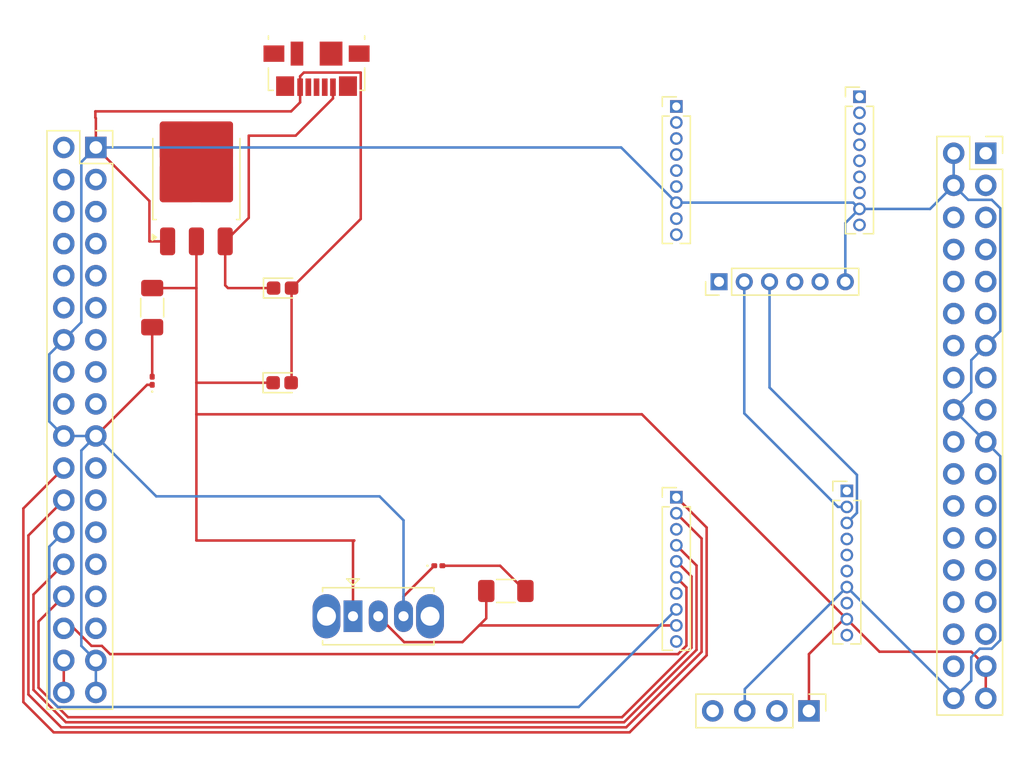
<source format=kicad_pcb>
(kicad_pcb (version 20240108) (generator "pcbnew") (generator_version "8.0")
  (layers (0 "F.Cu" signal) (31 "B.Cu" signal) (34 "B.Paste" user) (35 "F.Paste" user) (36 "B.SilkS" user "B.Silkscreen") (37 "F.SilkS" user "F.Silkscreen") (38 "B.Mask" user) (39 "F.Mask" user) (44 "Edge.Cuts" user))
  (net 0 "")
  (net 1 "GND")
  (net 2 "/PC5{slash}SPI_SCK")
  (net 3 "+3V3")
  (net 6 "/PD2{slash}SEN_CS2")
  (net 9 "/PC3{slash}SEN_CS3")
  (net 12 "/PC7{slash}SPI_MISO")
  (net 16 "/PD3{slash}SEN_CS1")
  (net 26 "/PC6{slash}SPI_MOSI")
  (net 59 "/NRST")
  (net 60 "/SWIM")
  (net 61 "+5V")
  (net 62 "Net-(D1-A)")
  (net 63 "Net-(D3-A)")
  (net 66 "/PD5{slash}UART_TX")
  (net 67 "/PD6{slash}UART_RX")
  (net 69 "/PA3{slash}SPI_CS")
  (net 102 "/PB4{slash}MODE_SELECT")
  (footprint "Connector_PinSocket_2.54mm:PinSocket_2x18_P2.54mm_Vertical" (layer "F.Cu") (at 19.54 28.86)
    (property "Reference" "J1" (hide yes))
    (property "Value" "X-")
    (fp_line (start -3.87 -1.33) (end -3.87 44.51) (stroke (width 0.12)) (layer "F.SilkS"))
    (fp_line (start -3.87 -1.33) (end -1.27 -1.33) (stroke (width 0.12)) (layer "F.SilkS"))
    (fp_line (start -3.87 44.51) (end 1.33 44.51) (stroke (width 0.12)) (layer "F.SilkS"))
    (fp_line (start -1.27 -1.33) (end -1.27 1.27) (stroke (width 0.12)) (layer "F.SilkS"))
    (fp_line (start -1.27 1.27) (end 1.33 1.27) (stroke (width 0.12)) (layer "F.SilkS"))
    (fp_line (start 0 -1.33) (end 1.33 -1.33) (stroke (width 0.12)) (layer "F.SilkS"))
    (fp_line (start 1.33 -1.33) (end 1.33 0) (stroke (width 0.12)) (layer "F.SilkS"))
    (fp_line (start 1.33 1.27) (end 1.33 44.51) (stroke (width 0.12)) (layer "F.SilkS"))
    (pad "1" thru_hole rect (at 0 0) (size 1.7 1.7) (drill 1) (layers "*.Cu" "*.Mask") (net 1 "GND"))
    (pad "2" thru_hole oval (at -2.54 0) (size 1.7 1.7) (drill 1) (layers "*.Cu" "*.Mask"))
    (pad "3" thru_hole oval (at 0 2.54) (size 1.7 1.7) (drill 1) (layers "*.Cu" "*.Mask"))
    (pad "4" thru_hole oval (at -2.54 2.54) (size 1.7 1.7) (drill 1) (layers "*.Cu" "*.Mask"))
    (pad "5" thru_hole oval (at 0 5.08) (size 1.7 1.7) (drill 1) (layers "*.Cu" "*.Mask"))
    (pad "6" thru_hole oval (at -2.54 5.08) (size 1.7 1.7) (drill 1) (layers "*.Cu" "*.Mask"))
    (pad "7" thru_hole oval (at 0 7.62) (size 1.7 1.7) (drill 1) (layers "*.Cu" "*.Mask"))
    (pad "8" thru_hole oval (at -2.54 7.62) (size 1.7 1.7) (drill 1) (layers "*.Cu" "*.Mask"))
    (pad "9" thru_hole oval (at 0 10.16) (size 1.7 1.7) (drill 1) (layers "*.Cu" "*.Mask"))
    (pad "10" thru_hole oval (at -2.54 10.16) (size 1.7 1.7) (drill 1) (layers "*.Cu" "*.Mask"))
    (pad "11" thru_hole oval (at 0 12.7) (size 1.7 1.7) (drill 1) (layers "*.Cu" "*.Mask"))
    (pad "12" thru_hole oval (at -2.54 12.7) (size 1.7 1.7) (drill 1) (layers "*.Cu" "*.Mask"))
    (pad "13" thru_hole oval (at 0 15.24) (size 1.7 1.7) (drill 1) (layers "*.Cu" "*.Mask"))
    (pad "14" thru_hole oval (at -2.54 15.24) (size 1.7 1.7) (drill 1) (layers "*.Cu" "*.Mask") (net 1 "GND"))
    (pad "15" thru_hole oval (at 0 17.78) (size 1.7 1.7) (drill 1) (layers "*.Cu" "*.Mask"))
    (pad "16" thru_hole oval (at -2.54 17.78) (size 1.7 1.7) (drill 1) (layers "*.Cu" "*.Mask"))
    (pad "17" thru_hole oval (at 0 20.32) (size 1.7 1.7) (drill 1) (layers "*.Cu" "*.Mask"))
    (pad "18" thru_hole oval (at -2.54 20.32) (size 1.7 1.7) (drill 1) (layers "*.Cu" "*.Mask"))
    (pad "19" thru_hole oval (at 0 22.86) (size 1.7 1.7) (drill 1) (layers "*.Cu" "*.Mask") (net 1 "GND"))
    (pad "20" thru_hole oval (at -2.54 22.86) (size 1.7 1.7) (drill 1) (layers "*.Cu" "*.Mask") (net 1 "GND"))
    (pad "21" thru_hole oval (at 0 25.4) (size 1.7 1.7) (drill 1) (layers "*.Cu" "*.Mask"))
    (pad "22" thru_hole oval (at -2.54 25.4) (size 1.7 1.7) (drill 1) (layers "*.Cu" "*.Mask") (net 16 "/PD3{slash}SEN_CS1"))
    (pad "23" thru_hole oval (at 0 27.94) (size 1.7 1.7) (drill 1) (layers "*.Cu" "*.Mask"))
    (pad "24" thru_hole oval (at -2.54 27.94) (size 1.7 1.7) (drill 1) (layers "*.Cu" "*.Mask") (net 6 "/PD2{slash}SEN_CS2"))
    (pad "25" thru_hole oval (at 0 30.48) (size 1.7 1.7) (drill 1) (layers "*.Cu" "*.Mask"))
    (pad "26" thru_hole oval (at -2.54 30.48) (size 1.7 1.7) (drill 1) (layers "*.Cu" "*.Mask") (net 9 "/PC3{slash}SEN_CS3"))
    (pad "27" thru_hole oval (at 0 33.02) (size 1.7 1.7) (drill 1) (layers "*.Cu" "*.Mask"))
    (pad "28" thru_hole oval (at -2.54 33.02) (size 1.7 1.7) (drill 1) (layers "*.Cu" "*.Mask") (net 12 "/PC7{slash}SPI_MISO"))
    (pad "29" thru_hole oval (at 0 35.56) (size 1.7 1.7) (drill 1) (layers "*.Cu" "*.Mask"))
    (pad "30" thru_hole oval (at -2.54 35.56) (size 1.7 1.7) (drill 1) (layers "*.Cu" "*.Mask") (net 26 "/PC6{slash}SPI_MOSI"))
    (pad "31" thru_hole oval (at 0 38.1) (size 1.7 1.7) (drill 1) (layers "*.Cu" "*.Mask"))
    (pad "32" thru_hole oval (at -2.54 38.1) (size 1.7 1.7) (drill 1) (layers "*.Cu" "*.Mask") (net 2 "/PC5{slash}SPI_SCK"))
    (pad "33" thru_hole oval (at 0 40.64) (size 1.7 1.7) (drill 1) (layers "*.Cu" "*.Mask") (net 1 "GND"))
    (pad "34" thru_hole oval (at -2.54 40.64) (size 1.7 1.7) (drill 1) (layers "*.Cu" "*.Mask") (net 3 "+3V3"))
    (pad "35" thru_hole oval (at 0 43.18) (size 1.7 1.7) (drill 1) (layers "*.Cu" "*.Mask") (net 1 "GND"))
    (pad "36" thru_hole oval (at -2.54 43.18) (size 1.7 1.7) (drill 1) (layers "*.Cu" "*.Mask") (net 3 "+3V3"))
  )
  (footprint "Connector_PinHeader_1.27mm:PinHeader_1x10_P1.27mm_Vertical" (layer "F.Cu") (at 79 56.07)
    (property "Reference" "J5" (hide yes))
    (property "Value" "Conn_01x10_Pin")
    (fp_line (start -1.11 -0.76) (end 0 -0.76) (stroke (width 0.12)) (layer "F.SilkS"))
    (fp_line (start -1.11 0) (end -1.11 -0.76) (stroke (width 0.12)) (layer "F.SilkS"))
    (fp_line (start -1.11 0.76) (end -1.11 12.125) (stroke (width 0.12)) (layer "F.SilkS"))
    (fp_line (start -1.11 0.76) (end -0.563471 0.76) (stroke (width 0.12)) (layer "F.SilkS"))
    (fp_line (start -1.11 12.125) (end -0.30753 12.125) (stroke (width 0.12)) (layer "F.SilkS"))
    (fp_line (start 0.30753 12.125) (end 1.11 12.125) (stroke (width 0.12)) (layer "F.SilkS"))
    (fp_line (start 0.563471 0.76) (end 1.11 0.76) (stroke (width 0.12)) (layer "F.SilkS"))
    (fp_line (start 1.11 0.76) (end 1.11 12.125) (stroke (width 0.12)) (layer "F.SilkS"))
    (pad "1" thru_hole rect (at 0 0) (size 1 1) (drill 0.65) (layers "*.Cu" "*.Mask"))
    (pad "2" thru_hole oval (at 0 1.27) (size 1 1) (drill 0.65) (layers "*.Cu" "*.Mask") (net 66 "/PD5{slash}UART_TX"))
    (pad "3" thru_hole oval (at 0 2.54) (size 1 1) (drill 0.65) (layers "*.Cu" "*.Mask") (net 67 "/PD6{slash}UART_RX"))
    (pad "4" thru_hole oval (at 0 3.81) (size 1 1) (drill 0.65) (layers "*.Cu" "*.Mask"))
    (pad "5" thru_hole oval (at 0 5.08) (size 1 1) (drill 0.65) (layers "*.Cu" "*.Mask"))
    (pad "6" thru_hole oval (at 0 6.35) (size 1 1) (drill 0.65) (layers "*.Cu" "*.Mask"))
    (pad "7" thru_hole oval (at 0 7.62) (size 1 1) (drill 0.65) (layers "*.Cu" "*.Mask") (net 1 "GND"))
    (pad "8" thru_hole oval (at 0 8.89) (size 1 1) (drill 0.65) (layers "*.Cu" "*.Mask"))
    (pad "9" thru_hole oval (at 0 10.16) (size 1 1) (drill 0.65) (layers "*.Cu" "*.Mask") (net 3 "+3V3"))
    (pad "10" thru_hole oval (at 0 11.43) (size 1 1) (drill 0.65) (layers "*.Cu" "*.Mask") (net 69 "/PA3{slash}SPI_CS"))
  )
  (footprint "Capacitor_Tantalum_SMD:CP_EIA-1608-08_AVX-J" (layer "F.Cu") (at 34.322677 40)
    (property "Reference" "C1" (hide yes))
    (property "Value" "10uF")
    (fp_line (start -1.51 -0.785) (end -1.51 0.785) (stroke (width 0.12)) (layer "F.SilkS"))
    (fp_line (start -1.51 0.785) (end 0.8 0.785) (stroke (width 0.12)) (layer "F.SilkS"))
    (fp_line (start 0.8 -0.785) (end -1.51 -0.785) (stroke (width 0.12)) (layer "F.SilkS"))
    (pad "1" smd roundrect (at -0.7125 0) (size 1.075 1.05) (layers "F.Cu" "F.Paste" "F.Mask") (roundrect_rratio 0.238095) (net 61 "+5V"))
    (pad "2" smd roundrect (at 0.7125 0) (size 1.075 1.05) (layers "F.Cu" "F.Paste" "F.Mask") (roundrect_rratio 0.238095) (net 1 "GND"))
  )
  (footprint "Capacitor_Tantalum_SMD:CP_EIA-1608-08_AVX-J" (layer "F.Cu") (at 34.2875 47.5)
    (property "Reference" "C6" (hide yes))
    (property "Value" "10uF")
    (fp_line (start -1.51 -0.785) (end -1.51 0.785) (stroke (width 0.12)) (layer "F.SilkS"))
    (fp_line (start -1.51 0.785) (end 0.8 0.785) (stroke (width 0.12)) (layer "F.SilkS"))
    (fp_line (start 0.8 -0.785) (end -1.51 -0.785) (stroke (width 0.12)) (layer "F.SilkS"))
    (pad "1" smd roundrect (at -0.7125 0) (size 1.075 1.05) (layers "F.Cu" "F.Paste" "F.Mask") (roundrect_rratio 0.238095) (net 3 "+3V3"))
    (pad "2" smd roundrect (at 0.7125 0) (size 1.075 1.05) (layers "F.Cu" "F.Paste" "F.Mask") (roundrect_rratio 0.238095) (net 1 "GND"))
  )
  (footprint "Connector_PinHeader_2.00mm:PinHeader_1x06_P2.00mm_Vertical" (layer "F.Cu") (at 68.88 39.5 90)
    (property "Reference" "J4" (hide yes))
    (property "Value" "top pins")
    (fp_line (start -1.06 -1.06) (end 0 -1.06) (stroke (width 0.12)) (layer "F.SilkS"))
    (fp_line (start -1.06 0) (end -1.06 -1.06) (stroke (width 0.12)) (layer "F.SilkS"))
    (fp_line (start 1.06 1) (end 1.06 11.06) (stroke (width 0.12)) (layer "F.SilkS"))
    (fp_line (start -1.06 1) (end 1.06 1) (stroke (width 0.12)) (layer "F.SilkS"))
    (fp_line (start -1.06 1) (end -1.06 11.06) (stroke (width 0.12)) (layer "F.SilkS"))
    (fp_line (start -1.06 11.06) (end 1.06 11.06) (stroke (width 0.12)) (layer "F.SilkS"))
    (pad "1" thru_hole rect (at 0 0 90) (size 1.35 1.35) (drill 0.8) (layers "*.Cu" "*.Mask"))
    (pad "2" thru_hole oval (at 0 2 90) (size 1.35 1.35) (drill 0.8) (layers "*.Cu" "*.Mask") (net 66 "/PD5{slash}UART_TX"))
    (pad "3" thru_hole oval (at 0 4 90) (size 1.35 1.35) (drill 0.8) (layers "*.Cu" "*.Mask") (net 67 "/PD6{slash}UART_RX"))
    (pad "4" thru_hole oval (at 0 6 90) (size 1.35 1.35) (drill 0.8) (layers "*.Cu" "*.Mask"))
    (pad "5" thru_hole oval (at 0 8 90) (size 1.35 1.35) (drill 0.8) (layers "*.Cu" "*.Mask"))
    (pad "6" thru_hole oval (at 0 10 90) (size 1.35 1.35) (drill 0.8) (layers "*.Cu" "*.Mask") (net 1 "GND"))
  )
  (footprint "Resistor_SMD:R_1206_3216Metric_Pad1.30x1.75mm_HandSolder" (layer "F.Cu") (at 52 64 180)
    (property "Reference" "RLEDp1" (hide yes))
    (property "Value" "330R")
    (fp_line (start -0.727064 0.91) (end 0.727064 0.91) (stroke (width 0.12)) (layer "F.SilkS"))
    (fp_line (start -0.727064 -0.91) (end 0.727064 -0.91) (stroke (width 0.12)) (layer "F.SilkS"))
    (pad "1" smd roundrect (at -1.55 0 180) (size 1.3 1.75) (layers "F.Cu" "F.Paste" "F.Mask") (roundrect_rratio 0.192308) (net 62 "Net-(D1-A)"))
    (pad "2" smd roundrect (at 1.55 0 180) (size 1.3 1.75) (layers "F.Cu" "F.Paste" "F.Mask") (roundrect_rratio 0.192308) (net 102 "/PB4{slash}MODE_SELECT"))
  )
  (footprint "LED_SMD:LED_0201_0603Metric" (layer "F.Cu") (at 46.655 62)
    (property "Reference" "D1" (hide yes))
    (property "Value" "READ")
    (fp_circle (center -0.86 0) (end -0.81 0) (stroke (width 0.1)) (fill none) (layer "F.SilkS"))
    (pad "1" smd roundrect (at -0.32 0) (size 0.46 0.4) (layers "F.Cu" "F.Mask") (net 1 "GND"))
    (pad "2" smd roundrect (at 0.32 0) (size 0.46 0.4) (layers "F.Cu" "F.Mask") (net 62 "Net-(D1-A)"))
  )
  (footprint "Resistor_SMD:R_1206_3216Metric_Pad1.30x1.75mm_HandSolder" (layer "F.Cu") (at 24 41.55 90)
    (property "Reference" "RLEDp2" (hide yes))
    (property "Value" "330R")
    (fp_line (start -0.727064 -0.91) (end 0.727064 -0.91) (stroke (width 0.12)) (layer "F.SilkS"))
    (fp_line (start -0.727064 0.91) (end 0.727064 0.91) (stroke (width 0.12)) (layer "F.SilkS"))
    (pad "1" smd roundrect (at -1.55 0 90) (size 1.3 1.75) (layers "F.Cu" "F.Paste" "F.Mask") (roundrect_rratio 0.192308) (net 63 "Net-(D3-A)"))
    (pad "2" smd roundrect (at 1.55 0 90) (size 1.3 1.75) (layers "F.Cu" "F.Paste" "F.Mask") (roundrect_rratio 0.192308) (net 3 "+3V3"))
  )
  (footprint "LED_SMD:LED_0201_0603Metric" (layer "F.Cu") (at 24 47.345 90)
    (property "Reference" "D3" (hide yes))
    (property "Value" "POWER")
    (fp_circle (center -0.86 0) (end -0.81 0) (stroke (width 0.1)) (fill none) (layer "F.SilkS"))
    (pad "1" smd roundrect (at -0.32 0 90) (size 0.46 0.4) (layers "F.Cu" "F.Mask") (net 1 "GND"))
    (pad "2" smd roundrect (at 0.32 0 90) (size 0.46 0.4) (layers "F.Cu" "F.Mask") (net 63 "Net-(D3-A)"))
  )
  (footprint "Connector_PinHeader_1.27mm:PinHeader_1x10_P1.27mm_Vertical" (layer "F.Cu") (at 65.5 56.57)
    (property "Reference" "J6" (hide yes))
    (property "Value" "Conn_01x10_Pin")
    (fp_line (start -1.11 -0.76) (end 0 -0.76) (stroke (width 0.12)) (layer "F.SilkS"))
    (fp_line (start -1.11 0) (end -1.11 -0.76) (stroke (width 0.12)) (layer "F.SilkS"))
    (fp_line (start -1.11 0.76) (end -1.11 12.125) (stroke (width 0.12)) (layer "F.SilkS"))
    (fp_line (start -1.11 0.76) (end -0.563471 0.76) (stroke (width 0.12)) (layer "F.SilkS"))
    (fp_line (start -1.11 12.125) (end -0.30753 12.125) (stroke (width 0.12)) (layer "F.SilkS"))
    (fp_line (start 0.30753 12.125) (end 1.11 12.125) (stroke (width 0.12)) (layer "F.SilkS"))
    (fp_line (start 0.563471 0.76) (end 1.11 0.76) (stroke (width 0.12)) (layer "F.SilkS"))
    (fp_line (start 1.11 0.76) (end 1.11 12.125) (stroke (width 0.12)) (layer "F.SilkS"))
    (pad "1" thru_hole rect (at 0 0) (size 1 1) (drill 0.65) (layers "*.Cu" "*.Mask") (net 16 "/PD3{slash}SEN_CS1"))
    (pad "2" thru_hole oval (at 0 1.27) (size 1 1) (drill 0.65) (layers "*.Cu" "*.Mask") (net 6 "/PD2{slash}SEN_CS2"))
    (pad "3" thru_hole oval (at 0 2.54) (size 1 1) (drill 0.65) (layers "*.Cu" "*.Mask"))
    (pad "4" thru_hole oval (at 0 3.81) (size 1 1) (drill 0.65) (layers "*.Cu" "*.Mask") (net 12 "/PC7{slash}SPI_MISO"))
    (pad "5" thru_hole oval (at 0 5.08) (size 1 1) (drill 0.65) (layers "*.Cu" "*.Mask") (net 26 "/PC6{slash}SPI_MOSI"))
    (pad "6" thru_hole oval (at 0 6.35) (size 1 1) (drill 0.65) (layers "*.Cu" "*.Mask") (net 2 "/PC5{slash}SPI_SCK"))
    (pad "7" thru_hole oval (at 0 7.62) (size 1 1) (drill 0.65) (layers "*.Cu" "*.Mask"))
    (pad "8" thru_hole oval (at 0 8.89) (size 1 1) (drill 0.65) (layers "*.Cu" "*.Mask") (net 9 "/PC3{slash}SEN_CS3"))
    (pad "9" thru_hole oval (at 0 10.16) (size 1 1) (drill 0.65) (layers "*.Cu" "*.Mask") (net 102 "/PB4{slash}MODE_SELECT"))
    (pad "10" thru_hole oval (at 0 11.43) (size 1 1) (drill 0.65) (layers "*.Cu" "*.Mask"))
  )
  (footprint "Connector_PinHeader_2.54mm:PinHeader_1x04_P2.54mm_Vertical" (layer "F.Cu") (at 76 73.5 -90)
    (property "Reference" "J3" (hide yes))
    (property "Value" "Program")
    (fp_line (start -1.33 8.95) (end 1.33 8.95) (stroke (width 0.12)) (layer "F.SilkS"))
    (fp_line (start -1.33 1.27) (end -1.33 8.95) (stroke (width 0.12)) (layer "F.SilkS"))
    (fp_line (start -1.33 1.27) (end 1.33 1.27) (stroke (width 0.12)) (layer "F.SilkS"))
    (fp_line (start 1.33 1.27) (end 1.33 8.95) (stroke (width 0.12)) (layer "F.SilkS"))
    (fp_line (start -1.33 0) (end -1.33 -1.33) (stroke (width 0.12)) (layer "F.SilkS"))
    (fp_line (start -1.33 -1.33) (end 0 -1.33) (stroke (width 0.12)) (layer "F.SilkS"))
    (pad "1" thru_hole rect (at 0 0 270) (size 1.7 1.7) (drill 1) (layers "*.Cu" "*.Mask") (net 3 "+3V3"))
    (pad "2" thru_hole oval (at 0 2.54 270) (size 1.7 1.7) (drill 1) (layers "*.Cu" "*.Mask") (net 60 "/SWIM"))
    (pad "3" thru_hole oval (at 0 5.08 270) (size 1.7 1.7) (drill 1) (layers "*.Cu" "*.Mask") (net 1 "GND"))
    (pad "4" thru_hole oval (at 0 7.62 270) (size 1.7 1.7) (drill 1) (layers "*.Cu" "*.Mask") (net 59 "/NRST"))
  )
  (footprint "Connector_PinHeader_1.27mm:PinHeader_1x09_P1.27mm_Vertical" (layer "F.Cu") (at 65.5 25.61)
    (property "Reference" "J8" (hide yes))
    (property "Value" "Conn_01x09_Pin")
    (fp_line (start -1.11 -0.76) (end 0 -0.76) (stroke (width 0.12)) (layer "F.SilkS"))
    (fp_line (start -1.11 0) (end -1.11 -0.76) (stroke (width 0.12)) (layer "F.SilkS"))
    (fp_line (start -1.11 0.76) (end -1.11 10.855) (stroke (width 0.12)) (layer "F.SilkS"))
    (fp_line (start -1.11 0.76) (end -0.563471 0.76) (stroke (width 0.12)) (layer "F.SilkS"))
    (fp_line (start -1.11 10.855) (end -0.30753 10.855) (stroke (width 0.12)) (layer "F.SilkS"))
    (fp_line (start 0.30753 10.855) (end 1.11 10.855) (stroke (width 0.12)) (layer "F.SilkS"))
    (fp_line (start 0.563471 0.76) (end 1.11 0.76) (stroke (width 0.12)) (layer "F.SilkS"))
    (fp_line (start 1.11 0.76) (end 1.11 10.855) (stroke (width 0.12)) (layer "F.SilkS"))
    (pad "1" thru_hole rect (at 0 0) (size 1 1) (drill 0.65) (layers "*.Cu" "*.Mask"))
    (pad "2" thru_hole oval (at 0 1.27) (size 1 1) (drill 0.65) (layers "*.Cu" "*.Mask"))
    (pad "3" thru_hole oval (at 0 2.54) (size 1 1) (drill 0.65) (layers "*.Cu" "*.Mask"))
    (pad "4" thru_hole oval (at 0 3.81) (size 1 1) (drill 0.65) (layers "*.Cu" "*.Mask"))
    (pad "5" thru_hole oval (at 0 5.08) (size 1 1) (drill 0.65) (layers "*.Cu" "*.Mask"))
    (pad "6" thru_hole oval (at 0 6.35) (size 1 1) (drill 0.65) (layers "*.Cu" "*.Mask"))
    (pad "7" thru_hole oval (at 0 7.62) (size 1 1) (drill 0.65) (layers "*.Cu" "*.Mask") (net 1 "GND"))
    (pad "8" thru_hole oval (at 0 8.89) (size 1 1) (drill 0.65) (layers "*.Cu" "*.Mask"))
    (pad "9" thru_hole oval (at 0 10.16) (size 1 1) (drill 0.65) (layers "*.Cu" "*.Mask"))
  )
  (footprint "Connector_USB:USB_Micro-B_Molex_47346-0001" (layer "F.Cu") (at 37.0125 22.625 180)
    (property "Reference" "J10" (hide yes))
    (property "Value" "USB_B_Micro")
    (fp_line (start 3.81 2.34) (end 3.81 2.6) (stroke (width 0.12)) (layer "F.SilkS"))
    (fp_line (start 3.81 -1.71) (end 3.81 0.06) (stroke (width 0.12)) (layer "F.SilkS"))
    (fp_line (start 3.81 -1.71) (end 3.43 -1.71) (stroke (width 0.12)) (layer "F.SilkS"))
    (fp_line (start -3.81 2.6) (end -3.81 2.34) (stroke (width 0.12)) (layer "F.SilkS"))
    (fp_line (start -3.81 0.06) (end -3.81 -1.71) (stroke (width 0.12)) (layer "F.SilkS"))
    (fp_line (start -3.81 -1.71) (end -3.43 -1.71) (stroke (width 0.12)) (layer "F.SilkS"))
    (pad "1" smd rect (at -1.3 -1.46 180) (size 0.45 1.38) (layers "F.Cu" "F.Paste" "F.Mask") (net 61 "+5V"))
    (pad "2" smd rect (at -0.65 -1.46 180) (size 0.45 1.38) (layers "F.Cu" "F.Paste" "F.Mask"))
    (pad "3" smd rect (at 0 -1.46 180) (size 0.45 1.38) (layers "F.Cu" "F.Paste" "F.Mask"))
    (pad "4" smd rect (at 0.65 -1.46 180) (size 0.45 1.38) (layers "F.Cu" "F.Paste" "F.Mask"))
    (pad "5" smd rect (at 1.3 -1.46 180) (size 0.45 1.38) (layers "F.Cu" "F.Paste" "F.Mask") (net 1 "GND"))
    (pad "6" smd rect (at -3.375 1.2 180) (size 1.65 1.3) (layers "F.Cu" "F.Paste" "F.Mask"))
    (pad "6" smd rect (at -2.4875 -1.375 180) (size 1.425 1.55) (layers "F.Cu" "F.Paste" "F.Mask"))
    (pad "6" smd rect (at -1.15 1.2 180) (size 1.8 1.9) (layers "F.Cu" "F.Paste" "F.Mask"))
    (pad "6" smd rect (at 1.55 1.2 180) (size 1 1.9) (layers "F.Cu" "F.Paste" "F.Mask"))
    (pad "6" smd rect (at 2.4875 -1.375 180) (size 1.425 1.55) (layers "F.Cu" "F.Paste" "F.Mask"))
    (pad "6" smd rect (at 3.375 1.2 180) (size 1.65 1.3) (layers "F.Cu" "F.Paste" "F.Mask"))
  )
  (footprint "Connector_PinHeader_1.27mm:PinHeader_1x09_P1.27mm_Vertical" (layer "F.Cu") (at 80 24.84)
    (property "Reference" "J7" (hide yes))
    (property "Value" "Conn_01x09_Pin")
    (fp_line (start -1.11 -0.76) (end 0 -0.76) (stroke (width 0.12)) (layer "F.SilkS"))
    (fp_line (start -1.11 0) (end -1.11 -0.76) (stroke (width 0.12)) (layer "F.SilkS"))
    (fp_line (start -1.11 0.76) (end -1.11 10.855) (stroke (width 0.12)) (layer "F.SilkS"))
    (fp_line (start -1.11 0.76) (end -0.563471 0.76) (stroke (width 0.12)) (layer "F.SilkS"))
    (fp_line (start -1.11 10.855) (end -0.30753 10.855) (stroke (width 0.12)) (layer "F.SilkS"))
    (fp_line (start 0.30753 10.855) (end 1.11 10.855) (stroke (width 0.12)) (layer "F.SilkS"))
    (fp_line (start 0.563471 0.76) (end 1.11 0.76) (stroke (width 0.12)) (layer "F.SilkS"))
    (fp_line (start 1.11 0.76) (end 1.11 10.855) (stroke (width 0.12)) (layer "F.SilkS"))
    (pad "1" thru_hole rect (at 0 0) (size 1 1) (drill 0.65) (layers "*.Cu" "*.Mask"))
    (pad "2" thru_hole oval (at 0 1.27) (size 1 1) (drill 0.65) (layers "*.Cu" "*.Mask"))
    (pad "3" thru_hole oval (at 0 2.54) (size 1 1) (drill 0.65) (layers "*.Cu" "*.Mask"))
    (pad "4" thru_hole oval (at 0 3.81) (size 1 1) (drill 0.65) (layers "*.Cu" "*.Mask"))
    (pad "5" thru_hole oval (at 0 5.08) (size 1 1) (drill 0.65) (layers "*.Cu" "*.Mask"))
    (pad "6" thru_hole oval (at 0 6.35) (size 1 1) (drill 0.65) (layers "*.Cu" "*.Mask"))
    (pad "7" thru_hole oval (at 0 7.62) (size 1 1) (drill 0.65) (layers "*.Cu" "*.Mask"))
    (pad "8" thru_hole oval (at 0 8.89) (size 1 1) (drill 0.65) (layers "*.Cu" "*.Mask") (net 1 "GND"))
    (pad "9" thru_hole oval (at 0 10.16) (size 1 1) (drill 0.65) (layers "*.Cu" "*.Mask"))
  )
  (footprint "Package_TO_SOT_SMD:TO-252-3_TabPin2" (layer "F.Cu") (at 27.5 31.26 90)
    (property "Reference" "U4" (hide yes))
    (property "Value" "LM1117DT-3.3")
    (fp_line (start 3.11 -3.45) (end -3.31 -3.45) (stroke (width 0.12)) (layer "F.SilkS"))
    (fp_line (start -3.31 -3.45) (end -3.31 -3.18) (stroke (width 0.12)) (layer "F.SilkS"))
    (fp_line (start 3.11 3.45) (end -3.31 3.45) (stroke (width 0.12)) (layer "F.SilkS"))
    (fp_line (start -3.31 3.45) (end -3.31 3.18) (stroke (width 0.12)) (layer "F.SilkS"))
    (fp_poly (pts (xy -4.725 -3.16) (xy -4.965 -3.49) (xy -4.485 -3.49) (xy -4.725 -3.16)) (stroke (width 0.12)) (fill solid) (layer "F.SilkS"))
    (pad "1" smd roundrect (at -5.04 -2.28 90) (size 2.2 1.2) (layers "F.Cu" "F.Paste" "F.Mask") (roundrect_rratio 0.208333) (net 1 "GND"))
    (pad "2" smd roundrect (at -5.04 0 90) (size 2.2 1.2) (layers "F.Cu" "F.Paste" "F.Mask") (roundrect_rratio 0.208333) (net 3 "+3V3"))
    (pad "2" smd roundrect (at -0.415 -1.525 90) (size 3.05 2.75) (layers "F.Cu" "F.Paste") (roundrect_rratio 0.090909) (net 3 "+3V3"))
    (pad "2" smd roundrect (at -0.415 1.525 90) (size 3.05 2.75) (layers "F.Cu" "F.Paste") (roundrect_rratio 0.090909) (net 3 "+3V3"))
    (pad "2" smd roundrect (at 1.26 0 90) (size 6.4 5.8) (layers "F.Cu" "F.Mask") (roundrect_rratio 0.043103) (net 3 "+3V3"))
    (pad "2" smd roundrect (at 2.935 -1.525 90) (size 3.05 2.75) (layers "F.Cu" "F.Paste") (roundrect_rratio 0.090909) (net 3 "+3V3"))
    (pad "2" smd roundrect (at 2.935 1.525 90) (size 3.05 2.75) (layers "F.Cu" "F.Paste") (roundrect_rratio 0.090909) (net 3 "+3V3"))
    (pad "3" smd roundrect (at -5.04 2.28 90) (size 2.2 1.2) (layers "F.Cu" "F.Paste" "F.Mask") (roundrect_rratio 0.208333) (net 61 "+5V"))
  )
  (footprint "Connector_PinSocket_2.54mm:PinSocket_2x18_P2.54mm_Vertical" (layer "F.Cu") (at 90 29.32)
    (property "Reference" "J2" (hide yes))
    (property "Value" "X+")
    (fp_line (start -3.87 -1.33) (end -3.87 44.51) (stroke (width 0.12)) (layer "F.SilkS"))
    (fp_line (start -3.87 -1.33) (end -1.27 -1.33) (stroke (width 0.12)) (layer "F.SilkS"))
    (fp_line (start -3.87 44.51) (end 1.33 44.51) (stroke (width 0.12)) (layer "F.SilkS"))
    (fp_line (start -1.27 -1.33) (end -1.27 1.27) (stroke (width 0.12)) (layer "F.SilkS"))
    (fp_line (start -1.27 1.27) (end 1.33 1.27) (stroke (width 0.12)) (layer "F.SilkS"))
    (fp_line (start 0 -1.33) (end 1.33 -1.33) (stroke (width 0.12)) (layer "F.SilkS"))
    (fp_line (start 1.33 -1.33) (end 1.33 0) (stroke (width 0.12)) (layer "F.SilkS"))
    (fp_line (start 1.33 1.27) (end 1.33 44.51) (stroke (width 0.12)) (layer "F.SilkS"))
    (pad "1" thru_hole rect (at 0 0) (size 1.7 1.7) (drill 1) (layers "*.Cu" "*.Mask"))
    (pad "2" thru_hole oval (at -2.54 0) (size 1.7 1.7) (drill 1) (layers "*.Cu" "*.Mask") (net 1 "GND"))
    (pad "3" thru_hole oval (at 0 2.54) (size 1.7 1.7) (drill 1) (layers "*.Cu" "*.Mask"))
    (pad "4" thru_hole oval (at -2.54 2.54) (size 1.7 1.7) (drill 1) (layers "*.Cu" "*.Mask") (net 1 "GND"))
    (pad "5" thru_hole oval (at 0 5.08) (size 1.7 1.7) (drill 1) (layers "*.Cu" "*.Mask"))
    (pad "6" thru_hole oval (at -2.54 5.08) (size 1.7 1.7) (drill 1) (layers "*.Cu" "*.Mask"))
    (pad "7" thru_hole oval (at 0 7.62) (size 1.7 1.7) (drill 1) (layers "*.Cu" "*.Mask"))
    (pad "8" thru_hole oval (at -2.54 7.62) (size 1.7 1.7) (drill 1) (layers "*.Cu" "*.Mask"))
    (pad "9" thru_hole oval (at 0 10.16) (size 1.7 1.7) (drill 1) (layers "*.Cu" "*.Mask"))
    (pad "10" thru_hole oval (at -2.54 10.16) (size 1.7 1.7) (drill 1) (layers "*.Cu" "*.Mask"))
    (pad "11" thru_hole oval (at 0 12.7) (size 1.7 1.7) (drill 1) (layers "*.Cu" "*.Mask"))
    (pad "12" thru_hole oval (at -2.54 12.7) (size 1.7 1.7) (drill 1) (layers "*.Cu" "*.Mask"))
    (pad "13" thru_hole oval (at 0 15.24) (size 1.7 1.7) (drill 1) (layers "*.Cu" "*.Mask") (net 1 "GND"))
    (pad "14" thru_hole oval (at -2.54 15.24) (size 1.7 1.7) (drill 1) (layers "*.Cu" "*.Mask"))
    (pad "15" thru_hole oval (at 0 17.78) (size 1.7 1.7) (drill 1) (layers "*.Cu" "*.Mask"))
    (pad "16" thru_hole oval (at -2.54 17.78) (size 1.7 1.7) (drill 1) (layers "*.Cu" "*.Mask"))
    (pad "17" thru_hole oval (at 0 20.32) (size 1.7 1.7) (drill 1) (layers "*.Cu" "*.Mask"))
    (pad "18" thru_hole oval (at -2.54 20.32) (size 1.7 1.7) (drill 1) (layers "*.Cu" "*.Mask") (net 1 "GND"))
    (pad "19" thru_hole oval (at 0 22.86) (size 1.7 1.7) (drill 1) (layers "*.Cu" "*.Mask") (net 1 "GND"))
    (pad "20" thru_hole oval (at -2.54 22.86) (size 1.7 1.7) (drill 1) (layers "*.Cu" "*.Mask"))
    (pad "21" thru_hole oval (at 0 25.4) (size 1.7 1.7) (drill 1) (layers "*.Cu" "*.Mask"))
    (pad "22" thru_hole oval (at -2.54 25.4) (size 1.7 1.7) (drill 1) (layers "*.Cu" "*.Mask"))
    (pad "23" thru_hole oval (at 0 27.94) (size 1.7 1.7) (drill 1) (layers "*.Cu" "*.Mask"))
    (pad "24" thru_hole oval (at -2.54 27.94) (size 1.7 1.7) (drill 1) (layers "*.Cu" "*.Mask"))
    (pad "25" thru_hole oval (at 0 30.48) (size 1.7 1.7) (drill 1) (layers "*.Cu" "*.Mask"))
    (pad "26" thru_hole oval (at -2.54 30.48) (size 1.7 1.7) (drill 1) (layers "*.Cu" "*.Mask"))
    (pad "27" thru_hole oval (at 0 33.02) (size 1.7 1.7) (drill 1) (layers "*.Cu" "*.Mask"))
    (pad "28" thru_hole oval (at -2.54 33.02) (size 1.7 1.7) (drill 1) (layers "*.Cu" "*.Mask"))
    (pad "29" thru_hole oval (at 0 35.56) (size 1.7 1.7) (drill 1) (layers "*.Cu" "*.Mask"))
    (pad "30" thru_hole oval (at -2.54 35.56) (size 1.7 1.7) (drill 1) (layers "*.Cu" "*.Mask"))
    (pad "31" thru_hole oval (at 0 38.1) (size 1.7 1.7) (drill 1) (layers "*.Cu" "*.Mask"))
    (pad "32" thru_hole oval (at -2.54 38.1) (size 1.7 1.7) (drill 1) (layers "*.Cu" "*.Mask"))
    (pad "33" thru_hole oval (at 0 40.64) (size 1.7 1.7) (drill 1) (layers "*.Cu" "*.Mask") (net 3 "+3V3"))
    (pad "34" thru_hole oval (at -2.54 40.64) (size 1.7 1.7) (drill 1) (layers "*.Cu" "*.Mask"))
    (pad "35" thru_hole oval (at 0 43.18) (size 1.7 1.7) (drill 1) (layers "*.Cu" "*.Mask") (net 3 "+3V3"))
    (pad "36" thru_hole oval (at -2.54 43.18) (size 1.7 1.7) (drill 1) (layers "*.Cu" "*.Mask") (net 1 "GND"))
  )
  (footprint "Button_Switch_THT:SW_Slide_SPDT_Straight_CK_OS102011MS2Q" (layer "F.Cu") (at 39.9 66)
    (property "Reference" "MODE_switch1" (hide yes))
    (property "Value" "~")
    (fp_line (start -2.41 -2.26) (end 6.41 -2.26) (stroke (width 0.12)) (layer "F.SilkS"))
    (fp_line (start -2.41 -1.95) (end -2.41 -2.26) (stroke (width 0.12)) (layer "F.SilkS"))
    (fp_line (start -2.41 2.26) (end -2.41 1.95) (stroke (width 0.12)) (layer "F.SilkS"))
    (fp_line (start -0.5 -2.96) (end 0 -2.46) (stroke (width 0.12)) (layer "F.SilkS"))
    (fp_line (start 0 -2.46) (end 0.5 -2.96) (stroke (width 0.12)) (layer "F.SilkS"))
    (fp_line (start 0.5 -2.96) (end -0.5 -2.96) (stroke (width 0.12)) (layer "F.SilkS"))
    (fp_line (start 6.41 -2.26) (end 6.41 -1.95) (stroke (width 0.12)) (layer "F.SilkS"))
    (fp_line (start 6.41 2.26) (end -2.41 2.26) (stroke (width 0.12)) (layer "F.SilkS"))
    (fp_line (start 6.41 2.26) (end 6.41 1.95) (stroke (width 0.12)) (layer "F.SilkS"))
    (pad "" thru_hole oval (at -2.1 0) (size 2.2 3.5) (drill 1.5) (layers "*.Cu" "*.Mask"))
    (pad "" thru_hole oval (at 6.1 0) (size 2.2 3.5) (drill 1.5) (layers "*.Cu" "*.Mask"))
    (pad "1" thru_hole rect (at 0 0) (size 1.5 2.5) (drill 0.8) (layers "*.Cu" "*.Mask") (net 3 "+3V3"))
    (pad "2" thru_hole oval (at 2 0) (size 1.5 2.5) (drill 0.8) (layers "*.Cu" "*.Mask") (net 102 "/PB4{slash}MODE_SELECT"))
    (pad "3" thru_hole oval (at 4 0) (size 1.5 2.5) (drill 0.8) (layers "*.Cu" "*.Mask") (net 1 "GND"))
  )
  (segment (start 40.5125 22.925) (end 40.5125 34.522677) (width 0.2) (layer "F.Cu") (net 1))
  (segment (start 35.7125 25.2875) (end 35 26) (width 0.2) (layer "F.Cu") (net 1))
  (segment (start 35.7125 24.085) (end 35.7125 23.22) (width 0.2) (layer "F.Cu") (net 1))
  (segment (start 24 47.665) (end 23.595 47.665) (width 0.2) (layer "F.Cu") (net 1))
  (segment (start 43.9 64.435) (end 46.335 62) (width 0.2) (layer "F.Cu") (net 1))
  (segment (start 23.78 36.3) (end 25.72 36.3) (width 0.2) (layer "F.Cu") (net 1))
  (segment (start 23.78 33.1) (end 19.54 28.86) (width 0.2) (layer "F.Cu") (net 1))
  (segment (start 35.7125 24.085) (end 35.7125 25.2875) (width 0.2) (layer "F.Cu") (net 1))
  (segment (start 35.7125 23.22) (end 36.0075 22.925) (width 0.2) (layer "F.Cu") (net 1))
  (segment (start 19.54 26.54) (end 19.54 28.86) (width 0.2) (layer "F.Cu") (net 1))
  (segment (start 23.78 36.3) (end 23.78 33.1) (width 0.2) (layer "F.Cu") (net 1))
  (segment (start 19.5 26.5) (end 19.54 26.54) (width 0.2) (layer "F.Cu") (net 1))
  (segment (start 23.595 47.665) (end 19.54 51.72) (width 0.2) (layer "F.Cu") (net 1))
  (segment (start 35.035177 47.464823) (end 35 47.5) (width 0.2) (layer "F.Cu") (net 1))
  (segment (start 19.5 26) (end 19.5 26.5) (width 0.2) (layer "F.Cu") (net 1))
  (segment (start 43.9 66) (end 43.9 64.435) (width 0.2) (layer "F.Cu") (net 1))
  (segment (start 19.5 26) (end 35 26) (width 0.2) (layer "F.Cu") (net 1))
  (segment (start 40.5125 34.522677) (end 35.035177 40) (width 0.2) (layer "F.Cu") (net 1))
  (segment (start 36.0075 22.925) (end 40.5125 22.925) (width 0.2) (layer "F.Cu") (net 1))
  (segment (start 35.035177 40) (end 35.035177 47.464823) (width 0.2) (layer "F.Cu") (net 1))
  (segment (start 87.46 72.5) (end 88.85 71.11) (width 0.2) (layer "B.Cu") (net 1))
  (segment (start 15.85 50.57) (end 15.85 45.25) (width 0.2) (layer "B.Cu") (net 1))
  (segment (start 65.5 33.23) (end 79.5 33.23) (width 0.2) (layer "B.Cu") (net 1))
  (segment (start 43.9 58.4) (end 42 56.5) (width 0.2) (layer "B.Cu") (net 1))
  (segment (start 18.39 52.87) (end 19.54 51.72) (width 0.2) (layer "B.Cu") (net 1))
  (segment (start 91.15 43.41) (end 91.15 33.683654) (width 0.2) (layer "B.Cu") (net 1))
  (segment (start 24.32 56.5) (end 19.54 51.72) (width 0.2) (layer "B.Cu") (net 1))
  (segment (start 78.88 39.5) (end 78.88 34.85) (width 0.2) (layer "B.Cu") (net 1))
  (segment (start 88.85 69.243654) (end 89.523654 68.57) (width 0.2) (layer "B.Cu") (net 1))
  (segment (start 19.54 28.86) (end 61.13 28.86) (width 0.2) (layer "B.Cu") (net 1))
  (segment (start 85.59 33.73) (end 87.46 31.86) (width 0.2) (layer "B.Cu") (net 1))
  (segment (start 90 52.18) (end 87.46 49.64) (width 0.2) (layer "B.Cu") (net 1))
  (segment (start 43.9 66) (end 43.9 58.4) (width 0.2) (layer "B.Cu") (net 1))
  (segment (start 79.5 33.23) (end 80 33.73) (width 0.2) (layer "B.Cu") (net 1))
  (segment (start 18.39 30.01) (end 19.54 28.86) (width 0.2) (layer "B.Cu") (net 1))
  (segment (start 18.39 42.71) (end 18.39 30.01) (width 0.2) (layer "B.Cu") (net 1))
  (segment (start 80 33.73) (end 85.59 33.73) (width 0.2) (layer "B.Cu") (net 1))
  (segment (start 91.15 67.896346) (end 91.15 53.33) (width 0.2) (layer "B.Cu") (net 1))
  (segment (start 91.15 33.683654) (end 90.476346 33.01) (width 0.2) (layer "B.Cu") (net 1))
  (segment (start 88.61 33.01) (end 87.46 31.86) (width 0.2) (layer "B.Cu") (net 1))
  (segment (start 79 63.69) (end 87.46 72.15) (width 0.2) (layer "B.Cu") (net 1))
  (segment (start 78.88 34.85) (end 80 33.73) (width 0.2) (layer "B.Cu") (net 1))
  (segment (start 90.476346 33.01) (end 88.61 33.01) (width 0.2) (layer "B.Cu") (net 1))
  (segment (start 88.85 71.11) (end 88.85 69.243654) (width 0.2) (layer "B.Cu") (net 1))
  (segment (start 17 44.1) (end 18.39 42.71) (width 0.2) (layer "B.Cu") (net 1))
  (segment (start 15.85 45.25) (end 17 44.1) (width 0.2) (layer "B.Cu") (net 1))
  (segment (start 88.85 45.71) (end 90 44.56) (width 0.2) (layer "B.Cu") (net 1))
  (segment (start 18.39 68.35) (end 18.39 52.87) (width 0.2) (layer "B.Cu") (net 1))
  (segment (start 89.523654 68.57) (end 90.476346 68.57) (width 0.2) (layer "B.Cu") (net 1))
  (segment (start 17 51.72) (end 15.85 50.57) (width 0.2) (layer "B.Cu") (net 1))
  (segment (start 61.13 28.86) (end 65.5 33.23) (width 0.2) (layer "B.Cu") (net 1))
  (segment (start 42 56.5) (end 24.32 56.5) (width 0.2) (layer "B.Cu") (net 1))
  (segment (start 70.92 71.77) (end 79 63.69) (width 0.2) (layer "B.Cu") (net 1))
  (segment (start 90 44.56) (end 91.15 43.41) (width 0.2) (layer "B.Cu") (net 1))
  (segment (start 87.46 29.32) (end 87.46 31.86) (width 0.2) (layer "B.Cu") (net 1))
  (segment (start 19.54 69.5) (end 19.54 72.04) (width 0.2) (layer "B.Cu") (net 1))
  (segment (start 87.46 49.64) (end 88.85 48.25) (width 0.2) (layer "B.Cu") (net 1))
  (segment (start 87.46 72.15) (end 87.46 72.5) (width 0.2) (layer "B.Cu") (net 1))
  (segment (start 70.92 73.5) (end 70.92 71.77) (width 0.2) (layer "B.Cu") (net 1))
  (segment (start 90.476346 68.57) (end 91.15 67.896346) (width 0.2) (layer "B.Cu") (net 1))
  (segment (start 91.15 53.33) (end 90 52.18) (width 0.2) (layer "B.Cu") (net 1))
  (segment (start 19.54 69.5) (end 18.39 68.35) (width 0.2) (layer "B.Cu") (net 1))
  (segment (start 88.85 48.25) (end 88.85 45.71) (width 0.2) (layer "B.Cu") (net 1))
  (segment (start 19.54 51.72) (end 17 51.72) (width 0.2) (layer "B.Cu") (net 1))
  (segment (start 65.5 62.92) (end 66.3 63.72) (width 0.2) (layer "F.Cu") (net 2))
  (segment (start 66.3 68.331371) (end 65.631371 69) (width 0.2) (layer "F.Cu") (net 2))
  (segment (start 66.3 63.72) (end 66.3 68.331371) (width 0.2) (layer "F.Cu") (net 2))
  (segment (start 19.195686 68.35) (end 17.805686 66.96) (width 0.2) (layer "F.Cu") (net 2))
  (segment (start 17.805686 66.96) (end 17 66.96) (width 0.2) (layer "F.Cu") (net 2))
  (segment (start 65.631371 69) (end 20.666346 69) (width 0.2) (layer "F.Cu") (net 2))
  (segment (start 20.016346 68.35) (end 19.195686 68.35) (width 0.2) (layer "F.Cu") (net 2))
  (segment (start 20.666346 69) (end 20.016346 68.35) (width 0.2) (layer "F.Cu") (net 2))
  (segment (start 27.5 47.5) (end 27.5 50) (width 0.2) (layer "F.Cu") (net 3))
  (segment (start 24 40) (end 27.5 40) (width 0.2) (layer "F.Cu") (net 3))
  (segment (start 62.77 50) (end 27.5 50) (width 0.2) (layer "F.Cu") (net 3))
  (segment (start 27.5 36.3) (end 27.5 40) (width 0.2) (layer "F.Cu") (net 3))
  (segment (start 90 69.96) (end 90 72.5) (width 0.2) (layer "F.Cu") (net 3))
  (segment (start 81.58 68.81) (end 88.85 68.81) (width 0.2) (layer "F.Cu") (net 3))
  (segment (start 27.5 50) (end 27.5 60) (width 0.2) (layer "F.Cu") (net 3))
  (segment (start 33.575 47.5) (end 27.5 47.5) (width 0.2) (layer "F.Cu") (net 3))
  (segment (start 76 69) (end 76 73.5) (width 0.2) (layer "F.Cu") (net 3))
  (segment (start 88.85 68.81) (end 90 69.96) (width 0.2) (layer "F.Cu") (net 3))
  (segment (start 17 69.5) (end 17 72.04) (width 0.2) (layer "F.Cu") (net 3))
  (segment (start 39.9 60.1) (end 40 60) (width 0.2) (layer "F.Cu") (net 3))
  (segment (start 79 66.23) (end 78.77 66.23) (width 0.2) (layer "F.Cu") (net 3))
  (segment (start 27.5 60) (end 40 60) (width 0.2) (layer "F.Cu") (net 3))
  (segment (start 79 66.23) (end 81.58 68.81) (width 0.2) (layer "F.Cu") (net 3))
  (segment (start 39.9 66) (end 39.9 60.1) (width 0.2) (layer "F.Cu") (net 3))
  (segment (start 79 66.23) (end 62.77 50) (width 0.2) (layer "F.Cu") (net 3))
  (segment (start 27.5 40) (end 27.5 47.5) (width 0.2) (layer "F.Cu") (net 3))
  (segment (start 78.77 66.23) (end 76 69) (width 0.2) (layer "F.Cu") (net 3))
  (segment (start 67.5 68.828429) (end 61.528429 74.8) (width 0.2) (layer "F.Cu") (net 6))
  (segment (start 14.2 72.2) (end 14.2 59.6) (width 0.2) (layer "F.Cu") (net 6))
  (segment (start 16.8 74.8) (end 14.2 72.2) (width 0.2) (layer "F.Cu") (net 6))
  (segment (start 65.5 57.84) (end 67.5 59.84) (width 0.2) (layer "F.Cu") (net 6))
  (segment (start 67.5 59.84) (end 67.5 68.828429) (width 0.2) (layer "F.Cu") (net 6))
  (segment (start 61.528429 74.8) (end 16.8 74.8) (width 0.2) (layer "F.Cu") (net 6))
  (segment (start 14.2 59.6) (end 17 56.8) (width 0.2) (layer "F.Cu") (net 6))
  (segment (start 15.85 72.516346) (end 15.85 60.49) (width 0.2) (layer "B.Cu") (net 9))
  (segment (start 65.5 65.46) (end 57.77 73.19) (width 0.2) (layer "B.Cu") (net 9))
  (segment (start 15.85 60.49) (end 17 59.34) (width 0.2) (layer "B.Cu") (net 9))
  (segment (start 16.523654 73.19) (end 15.85 72.516346) (width 0.2) (layer "B.Cu") (net 9))
  (segment (start 57.77 73.19) (end 16.523654 73.19) (width 0.2) (layer "B.Cu") (net 9))
  (segment (start 67.1 61.98) (end 67.1 68.662743) (width 0.2) (layer "F.Cu") (net 12))
  (segment (start 65.5 60.38) (end 67.1 61.98) (width 0.2) (layer "F.Cu") (net 12))
  (segment (start 67.1 68.662743) (end 61.362743 74.4) (width 0.2) (layer "F.Cu") (net 12))
  (segment (start 61.362743 74.4) (end 17.167968 74.4) (width 0.2) (layer "F.Cu") (net 12))
  (segment (start 14.6 71.832032) (end 14.6 64.28) (width 0.2) (layer "F.Cu") (net 12))
  (segment (start 14.6 64.28) (end 17 61.88) (width 0.2) (layer "F.Cu") (net 12))
  (segment (start 17.167968 74.4) (end 14.6 71.832032) (width 0.2) (layer "F.Cu") (net 12))
  (segment (start 13.8 72.8) (end 13.8 57.46) (width 0.2) (layer "F.Cu") (net 16))
  (segment (start 67.9 58.97) (end 67.9 69.1) (width 0.2) (layer "F.Cu") (net 16))
  (segment (start 61.8 75.2) (end 16.2 75.2) (width 0.2) (layer "F.Cu") (net 16))
  (segment (start 13.8 57.46) (end 17 54.26) (width 0.2) (layer "F.Cu") (net 16))
  (segment (start 16.2 75.2) (end 13.8 72.8) (width 0.2) (layer "F.Cu") (net 16))
  (segment (start 67.9 69.1) (end 61.8 75.2) (width 0.2) (layer "F.Cu") (net 16))
  (segment (start 65.5 56.57) (end 67.9 58.97) (width 0.2) (layer "F.Cu") (net 16))
  (segment (start 61.197057 74) (end 17.333654 74) (width 0.2) (layer "F.Cu") (net 26))
  (segment (start 15 71.666346) (end 15 66.42) (width 0.2) (layer "F.Cu") (net 26))
  (segment (start 66.7 62.85) (end 66.7 68.497057) (width 0.2) (layer "F.Cu") (net 26))
  (segment (start 15 66.42) (end 17 64.42) (width 0.2) (layer "F.Cu") (net 26))
  (segment (start 17.333654 74) (end 15 71.666346) (width 0.2) (layer "F.Cu") (net 26))
  (segment (start 66.7 68.497057) (end 61.197057 74) (width 0.2) (layer "F.Cu") (net 26))
  (segment (start 65.5 61.65) (end 66.7 62.85) (width 0.2) (layer "F.Cu") (net 26))
  (segment (start 38.3125 24.085) (end 38.3125 24.975) (width 0.2) (layer "F.Cu") (net 61))
  (segment (start 30 40) (end 33.610177 40) (width 0.2) (layer "F.Cu") (net 61))
  (segment (start 35.361586 27.925914) (end 31.646159 27.925914) (width 0.2) (layer "F.Cu") (net 61))
  (segment (start 31.646159 34.433841) (end 29.78 36.3) (width 0.2) (layer "F.Cu") (net 61))
  (segment (start 29.78 39.78) (end 30 40) (width 0.2) (layer "F.Cu") (net 61))
  (segment (start 38.3125 24.975) (end 35.361586 27.925914) (width 0.2) (layer "F.Cu") (net 61))
  (segment (start 29.78 36.3) (end 29.78 39.78) (width 0.2) (layer "F.Cu") (net 61))
  (segment (start 31.646159 27.925914) (end 31.646159 34.433841) (width 0.2) (layer "F.Cu") (net 61))
  (segment (start 51.55 62) (end 53.55 64) (width 0.2) (layer "F.Cu") (net 62))
  (segment (start 46.975 62) (end 51.55 62) (width 0.2) (layer "F.Cu") (net 62))
  (segment (start 24 47.025) (end 24 43.1) (width 0.2) (layer "F.Cu") (net 63))
  (segment (start 78.292894 57.34) (end 70.88 49.927106) (width 0.2) (layer "B.Cu") (net 66))
  (segment (start 70.88 49.927106) (end 70.88 39.5) (width 0.2) (layer "B.Cu") (net 66))
  (segment (start 79 57.34) (end 78.292894 57.34) (width 0.2) (layer "B.Cu") (net 66))
  (segment (start 79.8 57.81) (end 79.8 54.8) (width 0.2) (layer "B.Cu") (net 67))
  (segment (start 72.88 47.88) (end 72.88 39.5) (width 0.2) (layer "B.Cu") (net 67))
  (segment (start 79.8 54.8) (end 72.88 47.88) (width 0.2) (layer "B.Cu") (net 67))
  (segment (start 79 58.61) (end 79.8 57.81) (width 0.2) (layer "B.Cu") (net 67))
  (segment (start 49.88467 66.73) (end 48.56467 68.05) (width 0.2) (layer "F.Cu") (net 102))
  (segment (start 48.56467 68.05) (end 43.95 68.05) (width 0.2) (layer "F.Cu") (net 102))
  (segment (start 43.95 68.05) (end 41.9 66) (width 0.2) (layer "F.Cu") (net 102))
  (segment (start 50.45 66.16467) (end 49.88467 66.73) (width 0.2) (layer "F.Cu") (net 102))
  (segment (start 65.5 66.73) (end 49.88467 66.73) (width 0.2) (layer "F.Cu") (net 102))
  (segment (start 50.45 64) (end 50.45 66.16467) (width 0.2) (layer "F.Cu") (net 102))
)
</source>
